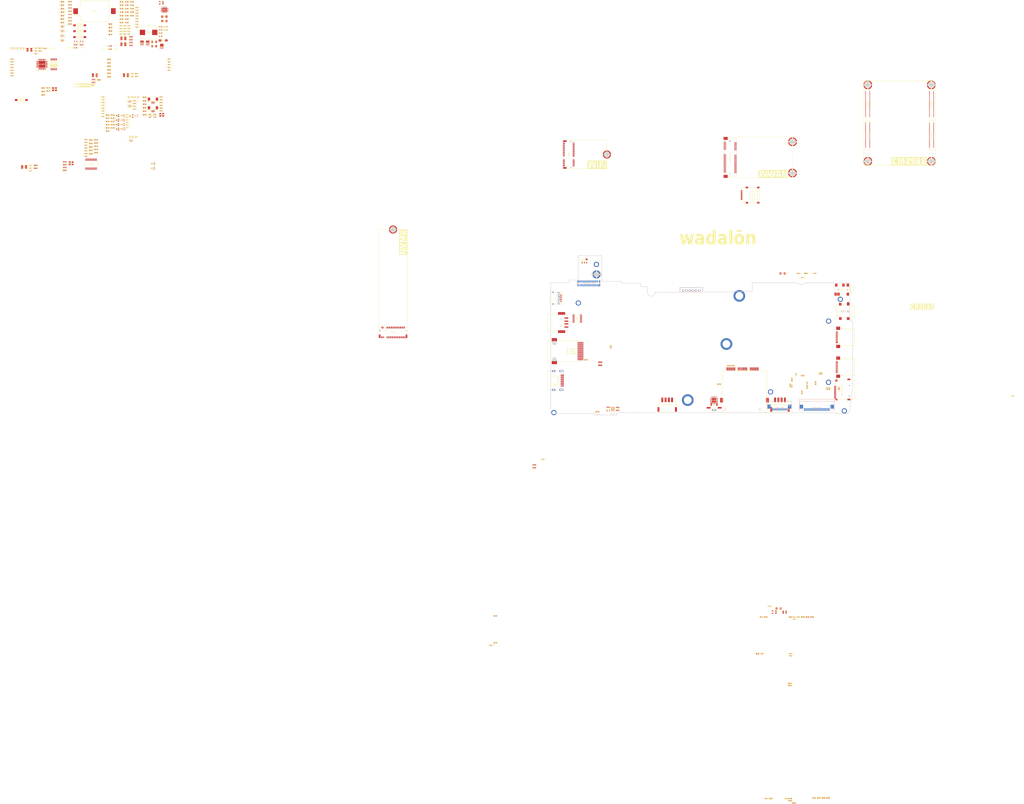
<source format=kicad_pcb>
(kicad_pcb
	(version 20241229)
	(generator "pcbnew")
	(generator_version "9.0")
	(general
		(thickness 1.6)
		(legacy_teardrops no)
	)
	(paper "A4")
	(layers
		(0 "F.Cu" signal "Top Layer")
		(4 "In1.Cu" signal "Inner1")
		(6 "In2.Cu" signal "Inner2")
		(2 "B.Cu" signal "Bottom Layer")
		(9 "F.Adhes" user "F.Adhesive")
		(11 "B.Adhes" user "B.Adhesive")
		(13 "F.Paste" user "Top Paste Mask Layer")
		(15 "B.Paste" user "Bottom Paste Mask Layer")
		(5 "F.SilkS" user "Top Silkscreen Layer")
		(7 "B.SilkS" user "Bottom Silkscreen Layer")
		(1 "F.Mask" user "Top Solder Mask Layer")
		(3 "B.Mask" user "Bottom Solder Mask Layer")
		(17 "Dwgs.User" user "Document Layer")
		(19 "Cmts.User" user "User.Comments")
		(21 "Eco1.User" user "User.Eco1")
		(23 "Eco2.User" user "Mechanical Layer")
		(25 "Edge.Cuts" user "Edge Cuts")
		(27 "Margin" user)
		(31 "F.CrtYd" user "F.Courtyard")
		(29 "B.CrtYd" user "B.Courtyard")
		(35 "F.Fab" user "Top Assembly Layer")
		(33 "B.Fab" user "Bottom Assembly Layer")
		(39 "User.1" user "Ratline Layer")
		(41 "User.2" user "Component Shape Layer")
		(43 "User.3" user "Component Marking Layer")
		(45 "User.4" user "3D Shell Outline Layer")
		(47 "User.5" user "3D Shell Top Layer")
		(49 "User.6" user "3D Shell Bottom Layer")
		(51 "User.7" user "Drill Drawing Layer")
	)
	(setup
		(pad_to_mask_clearance 0)
		(allow_soldermask_bridges_in_footprints no)
		(tenting front back)
		(aux_axis_origin 20 60)
		(pcbplotparams
			(layerselection 0x00000000_00000000_55555555_5755f5ff)
			(plot_on_all_layers_selection 0x00000000_00000000_00000000_00000000)
			(disableapertmacros no)
			(usegerberextensions no)
			(usegerberattributes yes)
			(usegerberadvancedattributes yes)
			(creategerberjobfile yes)
			(dashed_line_dash_ratio 12.000000)
			(dashed_line_gap_ratio 3.000000)
			(svgprecision 4)
			(plotframeref no)
			(mode 1)
			(useauxorigin no)
			(hpglpennumber 1)
			(hpglpenspeed 20)
			(hpglpendiameter 15.000000)
			(pdf_front_fp_property_popups yes)
			(pdf_back_fp_property_popups yes)
			(pdf_metadata yes)
			(pdf_single_document no)
			(dxfpolygonmode yes)
			(dxfimperialunits yes)
			(dxfusepcbnewfont yes)
			(psnegative no)
			(psa4output no)
			(plot_black_and_white yes)
			(plotinvisibletext no)
			(sketchpadsonfab no)
			(plotpadnumbers no)
			(hidednponfab no)
			(sketchdnponfab yes)
			(crossoutdnponfab yes)
			(subtractmaskfromsilk no)
			(outputformat 1)
			(mirror no)
			(drillshape 1)
			(scaleselection 1)
			(outputdirectory "")
		)
	)
	(net 0 "")
	(net 1 "GND")
	(net 2 "+3.3V")
	(net 3 "+5V_CURR2")
	(net 4 "I2C1_SCL")
	(net 5 "I2C1_SDA")
	(net 6 "PWR_BTN_H")
	(net 7 "+3.3V_KEY")
	(net 8 "GND_KEY")
	(net 9 "USB_KEYBOARD_DM")
	(net 10 "USB_KEYBOARD_DP")
	(net 11 "USB_LTE_DM")
	(net 12 "USB_LTE_DP")
	(net 13 "COL1")
	(net 14 "COL2")
	(net 15 "COL3")
	(net 16 "COL4")
	(net 17 "COL5")
	(net 18 "COL6")
	(net 19 "COL7")
	(net 20 "COL8")
	(net 21 "COL9")
	(net 22 "COL10")
	(net 23 "COL11")
	(net 24 "COL12")
	(net 25 "ROW8")
	(net 26 "ROW7")
	(net 27 "ROW6")
	(net 28 "ROW5")
	(net 29 "ROW4")
	(net 30 "ROW3")
	(net 31 "ROW2")
	(net 32 "ROW1")
	(net 33 "PWRON_L")
	(net 34 "+12V")
	(net 35 "UART2_RX_M0_DEBUG")
	(net 36 "LED3_25GLAN_25GLED")
	(net 37 "LED2_25GLAN_1GLED")
	(net 38 "P25G_MDI0_P")
	(net 39 "P25G_MDI0_N")
	(net 40 "P25G_MDI1_P")
	(net 41 "P25G_MDI1_N")
	(net 42 "P25G_MDI2_P")
	(net 43 "P25G_MDI2_N")
	(net 44 "P25G_MDI3_P")
	(net 45 "P25G_MDI3_N")
	(net 46 "MIPI_CSI1_RX_D0_N")
	(net 47 "MIPI_CSI1_RX_D0_P")
	(net 48 "MIPI_CSI1_RX_D1_N")
	(net 49 "MIPI_CSI1_RX_D1_P")
	(net 50 "MIPI_CSI1_RX_CLK0_N")
	(net 51 "MIPI_CSI1_RX_CLK0_P")
	(net 52 "MIPI_CSI1_RX_D2_N")
	(net 53 "MIPI_CSI1_RX_D2_P")
	(net 54 "MIPI_CSI1_RX_D3_N")
	(net 55 "MIPI_CSI1_RX_D3_P")
	(net 56 "PMIC_EXT_EN_OUT")
	(net 57 "BOOT_SARADAC_IN0")
	(net 58 "UART2_TX_M0_DEBUG")
	(net 59 "VDC_MODE")
	(net 60 "RESET_L")
	(net 61 "TYPEC1_SSRX1_N")
	(net 62 "TYPEC1_SSRX1_P")
	(net 63 "TYPEC1_SSTX1_N")
	(net 64 "TYPEC1_SSTX1_P")
	(net 65 "TYPEC0_SSRX1_N")
	(net 66 "TYPEC0_SSRX1_P")
	(net 67 "TYPEC0_SSTX1_N")
	(net 68 "TYPEC0_SSTX1_P")
	(net 69 "TYPEC0_SSRX2_N")
	(net 70 "TYPEC0_SSRX2_P")
	(net 71 "TYPEC0_SSTX2_N")
	(net 72 "TYPEC0_SSTX2_P")
	(net 73 "MIPI_DPHY0_TX_D0_N")
	(net 74 "MIPI_DPHY0_TX_D0_P")
	(net 75 "MIPI_DPHY0_TX_D1_N")
	(net 76 "MIPI_DPHY0_TX_D1_P")
	(net 77 "MIPI_DPHY0_TX_CLK_N")
	(net 78 "MIPI_DPHY0_TX_CLK_P")
	(net 79 "MIPI_DPHY0_TX_D2_N")
	(net 80 "MIPI_DPHY0_TX_D2_P")
	(net 81 "MIPI_DPHY0_TX_D3_N")
	(net 82 "MIPI_DPHY0_TX_D3_P")
	(net 83 "I2C7_SCL_M0")
	(net 84 "I2C7_SDA_M0")
	(net 85 "HPR")
	(net 86 "RECOVERY")
	(net 87 "MIC_IN")
	(net 88 "HPL")
	(net 89 "GND_AUDIO")
	(net 90 "PWR_BTN_L")
	(net 91 "PCIE30_PORT0_TX0_P")
	(net 92 "PCIE30_PORT0_TX0_N")
	(net 93 "PCIE30_PORT0_TX1_P")
	(net 94 "PCIE30_PORT0_TX1_N")
	(net 95 "PCIE30_PORT1_RX2_P")
	(net 96 "PCIE30_PORT1_RX2_N")
	(net 97 "PCIE30_PORT1_RX3_P")
	(net 98 "PCIE30_PORT1_RX3_N")
	(net 99 "PCIE30_PORT1_TX2_P")
	(net 100 "PCIE30_PORT1_TX2_N")
	(net 101 "PCIE30_PORT1_TX3_P")
	(net 102 "PCIE30_PORT1_TX3_N")
	(net 103 "PCIE30_PORT1_REFCLK_IN_P")
	(net 104 "PCIE30_PORT1_REFCLK_IN_N")
	(net 105 "I2C6_SCL_M0")
	(net 106 "I2C6_SDA_M0")
	(net 107 "VBAT_RTC")
	(net 108 "HDMITX1_HPDIN_M0")
	(net 109 "HDMITX0_HPDIN_M0")
	(net 110 "USB30_2_SSTX_N")
	(net 111 "USB30_2_SSTX_P")
	(net 112 "USB30_2_SSRX_N")
	(net 113 "USB30_2_SSRX_P")
	(net 114 "PCIE30_PORT0_REFCLK_IN_N")
	(net 115 "PCIE30_PORT0_REFCLK_IN_P")
	(net 116 "PCIE30_PORT0_RX1_N")
	(net 117 "PCIE30_PORT0_RX1_P")
	(net 118 "PCIE30_PORT0_RX0_N")
	(net 119 "PCIE30_PORT0_RX0_P")
	(net 120 "HDMI_RX_D2_P")
	(net 121 "HDMI_RX_D2_N")
	(net 122 "HDMI_RX_D1_P")
	(net 123 "HDMI_RX_D1_N")
	(net 124 "HDMI_RX_D0_P")
	(net 125 "HDMI_RX_D0_N")
	(net 126 "HDMI_RX_CLK_P")
	(net 127 "HDMI_RX_CLK_N")
	(net 128 "SDMMC0_D2")
	(net 129 "SDMMC0_D3")
	(net 130 "SDMMC0_CMD")
	(net 131 "VCC3V3_SD_S0")
	(net 132 "SD_CLK")
	(net 133 "SDMMC0_D0")
	(net 134 "SDMMC0_D1")
	(net 135 "HDMI_RX_SCL_M1")
	(net 136 "HDMI_RX_SDA_M1")
	(net 137 "HDMI_RX_CEC")
	(net 138 "HDMIIRX_HPDOUT_H")
	(net 139 "GPIO3_B2")
	(net 140 "GPIO3_B3")
	(net 141 "HDMI1_ON_H")
	(net 142 "HDMI1_CEC_M2")
	(net 143 "HDMI1_SDA_M1")
	(net 144 "HDMI1_SCL_M1")
	(net 145 "HDMI0_ON_H")
	(net 146 "HDMI0_CEC_M0")
	(net 147 "HDMI0_SDA_M0")
	(net 148 "HDMI0_SCL_M0")
	(net 149 "HDMI0_TX_SBD_N")
	(net 150 "HDMI0_TX_SBD_P")
	(net 151 "HDMI0_TX3_N")
	(net 152 "HDMI0_TX3_P")
	(net 153 "HDMI0_TX0_N")
	(net 154 "HDMI0_TX0_P")
	(net 155 "HDMI0_TX1_N")
	(net 156 "HDMI0_TX1_P")
	(net 157 "HDMI0_TX2_N")
	(net 158 "HDMI0_TX2_P")
	(net 159 "HDMI1_TX_SBD_N")
	(net 160 "HDMI1_TX_SBD_P")
	(net 161 "HDMI1_TX3_N")
	(net 162 "HDMI1_TX3_P")
	(net 163 "HDMI1_TX0_N")
	(net 164 "HDMI1_TX0_P")
	(net 165 "HDMI1_TX1_N")
	(net 166 "HDMI1_TX1_P")
	(net 167 "HDMI1_TX2_N")
	(net 168 "HDMI1_TX2_P")
	(net 169 "TYPEC0_SBU2_OUT")
	(net 170 "TYPEC0_SBU1_OUT")
	(net 171 "TYPEC0_OTG_DP")
	(net 172 "TYPEC0_OTG_DM")
	(net 173 "TYPEC1_OTG_DP")
	(net 174 "TYPEC1_OTG_DM")
	(net 175 "USB20_HOST0_DP")
	(net 176 "USB20_HOST0_DM")
	(net 177 "USB20_HOST1_DM")
	(net 178 "USB20_HOST1_DP")
	(net 179 "+3.3V_CFEXPRESS")
	(net 180 "PCIE30_REFCLK_A_N")
	(net 181 "PCIE30_REFCLK_A_P")
	(net 182 "Net-(U901-SW)")
	(net 183 "Net-(U901-VBST)")
	(net 184 "+1.5V_WWAN")
	(net 185 "+3.3V_WWAN")
	(net 186 "+3.3V_WIFI")
	(net 187 "Net-(U901-VFB)")
	(net 188 "Net-(U1401-FB)")
	(net 189 "Net-(U1402-SW)")
	(net 190 "Net-(U1402-VBST)")
	(net 191 "+1.8V")
	(net 192 "PCIE20_1_REFCLKN")
	(net 193 "PCIE20_1_REFCLKP")
	(net 194 "+3.3V_NVME")
	(net 195 "Net-(U1402-VFB)")
	(net 196 "Net-(U1601-MICBIAS)")
	(net 197 "Net-(U1601-VMID)")
	(net 198 "Net-(U1601-RINPUT1)")
	(net 199 "Net-(C1605-Pad1)")
	(net 200 "Net-(MIC1601-OUT)")
	(net 201 "unconnected-(D2001-I{slash}O_3-Pad4)")
	(net 202 "unconnected-(D2001-GND-Pad8)")
	(net 203 "unconnected-(D2001-I{slash}O_4-Pad5)")
	(net 204 "Net-(C1301-Pad1)")
	(net 205 "Net-(U1401-LX)")
	(net 206 "Net-(C1610-Pad1)")
	(net 207 "Net-(MIC1602-OUT)")
	(net 208 "Net-(U901-EN)")
	(net 209 "Net-(U1001-EN)")
	(net 210 "GPIO1_B0{slash}CFEXPRESS_INSERT")
	(net 211 "GPIO4_B5{slash}M2_A_CLKREQ_L")
	(net 212 "Net-(SW1101-1)")
	(net 213 "GPIO0_D5{slash}CFEXPRESS_EJECT")
	(net 214 "Net-(LED_CFEXPRESS1101-K)")
	(net 215 "Net-(U1301-PGAND)")
	(net 216 "Net-(U1402-EN)")
	(net 217 "GPIO2_C3{slash}PCM_IN{slash}I2S_SD_IN")
	(net 218 "Net-(U1601-ADCDAT)")
	(net 219 "Net-(U1601-DACDAT)")
	(net 220 "GPIO4_C3{slash}PCM_OUT{slash}I2S_SD_OUT")
	(net 221 "Net-(U1601-BCLK)")
	(net 222 "/I2S Audiocodec WM8960/I2S_ADC")
	(net 223 "GPIO2_C0{slash}PCM_SYNC{slash}I2S_WS")
	(net 224 "Net-(U1601-ADCLRC)")
	(net 225 "Net-(X1601-OUTPUT)")
	(net 226 "Net-(U1601-MCLK)")
	(net 227 "Net-(D1701-I{slash}O_1)")
	(net 228 "Net-(D1701-I{slash}O_2)")
	(net 229 "GPIO3_D0{slash}I2C5_SDA_M0_TP")
	(net 230 "GPIO3_C7{slash}I2C5_SCL_M0_TP")
	(net 231 "Net-(RJ2001-LED2+{slash}LED2-)")
	(net 232 "Net-(R2001-Pad1)")
	(net 233 "Net-(RJ2001-LED1+)")
	(net 234 "unconnected-(U801-S1-Pad3)")
	(net 235 "unconnected-(U801-S2-Pad4)")
	(net 236 "unconnected-(U801-X2-Pad6)")
	(net 237 "unconnected-(U801-VDDXD-Pad1)")
	(net 238 "unconnected-(U801-X1-Pad5)")
	(net 239 "unconnected-(U801-S0-Pad2)")
	(net 240 "Net-(U1001-SW)")
	(net 241 "Net-(U1101-VFB)")
	(net 242 "Net-(U1101-SW)")
	(net 243 "Net-(U1101-EN)")
	(net 244 "GPIO3_B7{slash}CFEXPRESS_LED")
	(net 245 "Net-(LED_CFEXPRESS1101-A)")
	(net 246 "unconnected-(U1601-LINPUT3{slash}JD2-Pad2)")
	(net 247 "unconnected-(U1601-LINPUT2-Pad3)")
	(net 248 "Net-(U1601-LINPUT1)")
	(net 249 "unconnected-(AUDIO701-Pad5)")
	(net 250 "unconnected-(AUDIO701-Pad2)")
	(net 251 "unconnected-(AUDIO701-Pad6)")
	(net 252 "unconnected-(AUDIO701-Pad1)")
	(net 253 "unconnected-(AUDIO701-Pad3)")
	(net 254 "unconnected-(AUDIO701-Pad4)")
	(net 255 "Net-(U601-NTC)")
	(net 256 "Net-(U601-BATSENS+)")
	(net 257 "unconnected-(BT701-Pad2)")
	(net 258 "unconnected-(BT701-Pad3)")
	(net 259 "Net-(D601-C)")
	(net 260 "Net-(Q602-G)")
	(net 261 "Net-(Q602-D)")
	(net 262 "Net-(C607-Pad2)")
	(net 263 "Net-(U601-BOOST)")
	(net 264 "Net-(U601-CELLS1)")
	(net 265 "Net-(U601-CELLS0)")
	(net 266 "Net-(U602-SW)")
	(net 267 "Net-(U602-VBST)")
	(net 268 "Net-(U602-VFB)")
	(net 269 "Net-(U604-SW)")
	(net 270 "Net-(U604-VBST)")
	(net 271 "<NO NET>")
	(net 272 "Net-(U604-VFB)")
	(net 273 "Net-(U1001-VBST)")
	(net 274 "Net-(U1001-VFB)")
	(net 275 "Net-(U1101-VBST)")
	(net 276 "Net-(U1301-X2)")
	(net 277 "Net-(U1301-X1)")
	(net 278 "Net-(U1301-RESET#)")
	(net 279 "Net-(U1501-XTAL1)")
	(net 280 "Net-(U1501-UCap)")
	(net 281 "Net-(U1501-XTAL2)")
	(net 282 "/HDMI Connector/HDMI_5V")
	(net 283 "Net-(CFexpress1101-PETn0)")
	(net 284 "unconnected-(CFexpress1101-RESERVED-Pad8)")
	(net 285 "Net-(CFexpress1101-REFCLK+)")
	(net 286 "Net-(CFexpress1101-PERn0)")
	(net 287 "Net-(CFexpress1101-REFCLK-)")
	(net 288 "GPIO4_B6{slash}M2_A_PERST_L")
	(net 289 "Net-(CFexpress1101-PERp1)")
	(net 290 "Net-(CFexpress1101-PETp0)")
	(net 291 "Net-(CFexpress1101-PERn1)")
	(net 292 "Net-(CFexpress1101-PETp1)")
	(net 293 "Net-(CFexpress1101-PETn1)")
	(net 294 "Net-(CFexpress1101-PERp0)")
	(net 295 "unconnected-(CFexpress1101-RESERVED-Pad7)")
	(net 296 "GPIO2_B5{slash}FSPI_RESET")
	(net 297 "unconnected-(CN201-Pad99)")
	(net 298 "GPIO2_B3{slash}FSPI_CLK_M1")
	(net 299 "GPIO2_C1{slash}MIPI_CAM2_RESET_L")
	(net 300 "GPIO2_A7{slash}FSPI_D1_M1")
	(net 301 "MIPI_CSI1_RX_CLK1_N")
	(net 302 "unconnected-(CN201-Pad97)")
	(net 303 "unconnected-(CN201-Pad50)")
	(net 304 "GPIO1_B7{slash}MIPI_CAM2_CLKOUT")
	(net 305 "unconnected-(CN201-Pad42)")
	(net 306 "unconnected-(CN201-Pad62)")
	(net 307 "unconnected-(CN201-Pad66)")
	(net 308 "unconnected-(CN201-Pad71)")
	(net 309 "unconnected-(CN201-Pad31)")
	(net 310 "unconnected-(CN201-Pad36)")
	(net 311 "unconnected-(CN201-Pad44)")
	(net 312 "unconnected-(CN201-Pad68)")
	(net 313 "GPIO2_B4{slash}FSPI_WAKE")
	(net 314 "unconnected-(CN201-Pad48)")
	(net 315 "MIPI_CSI1_RX_CLK1_P")
	(net 316 "unconnected-(CN201-Pad60)")
	(net 317 "GPIO2_B0{slash}FSPI_D2_M1")
	(net 318 "GPIO4_C5{slash}MIPI_CAM1_PDN_L{slash}BT_WAKE_L")
	(net 319 "GPIO2_B2{slash}FSPI_CMD")
	(net 320 "GPIO2_B1{slash}FSPI_D3_M1")
	(net 321 "GPIO2_C2{slash}MIPI_CAM2_PDN_L")
	(net 322 "GPIO4_C4{slash}MIPI_CAM1_RESET_L{slash}WIFI_DISABLE")
	(net 323 "unconnected-(CN201-Pad14)")
	(net 324 "unconnected-(CN201-Pad54)")
	(net 325 "unconnected-(CN201-Pad26)")
	(net 326 "GPIO2_A6{slash}FSPI_D0_M1")
	(net 327 "unconnected-(CN201-Pad29)")
	(net 328 "unconnected-(CN201-Pad56)")
	(net 329 "unconnected-(CN201-Pad38)")
	(net 330 "unconnected-(CN301-Pad85)")
	(net 331 "unconnected-(CN301-Pad56)")
	(net 332 "unconnected-(CN301-Pad26)")
	(net 333 "unconnected-(CN301-Pad24)")
	(net 334 "unconnected-(CN301-Pad77)")
	(net 335 "unconnected-(CN301-Pad80)")
	(net 336 "unconnected-(CN301-Pad83)")
	(net 337 "unconnected-(CN301-Pad17)")
	(net 338 "unconnected-(CN301-Pad78)")
	(net 339 "unconnected-(CN301-Pad72)")
	(net 340 "unconnected-(CN301-Pad86)")
	(net 341 "unconnected-(CN301-Pad32)")
	(net 342 "unconnected-(CN301-Pad12)")
	(net 343 "unconnected-(CN301-Pad48)")
	(net 344 "GPIO1_C4{slash}HP_DET_L")
	(net 345 "unconnected-(CN301-Pad66)")
	(net 346 "unconnected-(CN301-Pad20)")
	(net 347 "unconnected-(CN301-Pad68)")
	(net 348 "unconnected-(CN301-Pad19)")
	(net 349 "unconnected-(CN301-Pad54)")
	(net 350 "unconnected-(CN301-Pad30)")
	(net 351 "unconnected-(CN301-Pad74)")
	(net 352 "unconnected-(CN301-Pad36)")
	(net 353 "unconnected-(CN301-Pad60)")
	(net 354 "unconnected-(CN301-Pad42)")
	(net 355 "unconnected-(CN301-Pad38)")
	(net 356 "unconnected-(CN301-Pad14)")
	(net 357 "unconnected-(CN301-Pad50)")
	(net 358 "unconnected-(CN301-Pad44)")
	(net 359 "unconnected-(CN301-Pad13)")
	(net 360 "unconnected-(CN301-Pad62)")
	(net 361 "unconnected-(CN301-Pad79)")
	(net 362 "unconnected-(CN301-Pad11)")
	(net 363 "unconnected-(CN301-Pad18)")
	(net 364 "unconnected-(CN301-Pad84)")
	(net 365 "unconnected-(CN401-Pad27)")
	(net 366 "GPIO0_C4{slash}UART0_RX_M0")
	(net 367 "GPIO1_A1{slash}UART6_TX_M1")
	(net 368 "unconnected-(CN401-Pad51)")
	(net 369 "GPIO1_B3{slash}SPI0_CLK_M2{slash}UART4_TX_M2")
	(net 370 "GPIO1_A7{slash}CFEXPRESS_PWREN")
	(net 371 "GPIO0_C6{slash}PWM5_M1")
	(net 372 "GPIO1_A4{slash}USB2_PWREN")
	(net 373 "unconnected-(CN401-Pad43)")
	(net 374 "PCIE20_1_TXN{slash}SATA30_1_TXN")
	(net 375 "GPIO4_A2{slash}M2_E_PERST_L")
	(net 376 "GPIO1_A3{slash}I2C4_SCL_M3_TP{slash}UART6_CTS")
	(net 377 "GPIO1_D7{slash}I2C8_SDA_M2")
	(net 378 "GPIO1_B1{slash}SPI0_MISO_M2")
	(net 379 "GPIO1_D3{slash}PWM1_M1")
	(net 380 "GPIO3_C3{slash}PWM15_IR_M0")
	(net 381 "GPIO4_B0{slash}USB3_TYPEC1_PWREN")
	(net 382 "GPIO0_C5{slash}UART0_TX_M0{slash}PWM4_M0{slash}UART6_WAKE#")
	(net 383 "unconnected-(CN401-Pad45)")
	(net 384 "PCIE20_1_TXP{slash}SATA30_1_TXP")
	(net 385 "GPIO1_B2{slash}SPI0_MOSI_M2{slash}UART4_RX_M2")
	(net 386 "GPIO3_C1{slash}TP_RST_L")
	(net 387 "GPIO1_D6{slash}I2C8_SCL_M2")
	(net 388 "GPIO1_A2{slash}I2C4_SDA_M3_TP{slash}UART6_RTS")
	(net 389 "GPIO1_B5{slash}SPI0_CS1_M0{slash}UART7_TX_M2")
	(net 390 "unconnected-(CN401-Pad53)")
	(net 391 "unconnected-(CN401-Pad29)")
	(net 392 "GPIO1_B4{slash}SPI0_CS0_M2{slash}UART7_RX_M2")
	(net 393 "GPIO1_D5{slash}HDMIIRX_DET_L")
	(net 394 "GPIO4_B3{slash}M2_C_PERST_L")
	(net 395 "unconnected-(CN401-Pad57)")
	(net 396 "GPIO0_D4{slash}PWM3_IR_M0")
	(net 397 "GPIO1_D2{slash}TYPEC5V_PWREN_H")
	(net 398 "PCIE20_1_RXP{slash}SATA30_1_RXP")
	(net 399 "GPIO3_C0{slash}TP_INT_L")
	(net 400 "GPIO1_A0{slash}UART6_RX_M1")
	(net 401 "unconnected-(CN401-Pad47)")
	(net 402 "GPIO3_C2{slash}PWM14_M0")
	(net 403 "PCIE20_1_RXN{slash}SATA30_1_RXN")
	(net 404 "GPIO4_B4{slash}M2_B_PERST_L")
	(net 405 "GPIO0_D3{slash}CC_INT_L")
	(net 406 "GPIO3_A5{slash}USB3_2_PWREN")
	(net 407 "unconnected-(CN501-Pad12)")
	(net 408 "GPIO3_A4{slash}SPI4_CS1_M1")
	(net 409 "GPIO0_A4{slash}SDMMC_DET_L")
	(net 410 "GPIO3_B0{slash}PWM9_M0")
	(net 411 "GPIO3_A0{slash}SPI4_MISO_M1{slash}PWM10_M0")
	(net 412 "GPIO3_B4{slash}BT_REG_ON")
	(net 413 "GPIO3_A6{slash}LCD_RST")
	(net 414 "GPIO3_A2{slash}SPI4_CLK_M1{slash}UART8_TX_M1")
	(net 415 "unconnected-(CN501-Pad10)")
	(net 416 "GPIO3_B5{slash}UART3_TX_M1{slash}PWM12_M0")
	(net 417 "unconnected-(CN501-Pad85)")
	(net 418 "GPIO3_A3{slash}SPI4_CS0_M1{slash}UART8_RX_M1")
	(net 419 "GPIO3_A7{slash}PWM8_M0")
	(net 420 "GPIO3_B6{slash}UART3_RX_M1{slash}PWM13_M0")
	(net 421 "GPIO3_B1{slash}PWM2_M1{slash}LCD_BL")
	(net 422 "GPIO3_A1{slash}SPI4_MOSI_M1")
	(net 423 "unconnected-(D601-A-Pad2)")
	(net 424 "Net-(D602-K)")
	(net 425 "Net-(D602-A)")
	(net 426 "Net-(D603-K)")
	(net 427 "Net-(D603-A)")
	(net 428 "unconnected-(D1103-NC-Pad9)")
	(net 429 "unconnected-(D1103-I{slash}O_1-Pad1)")
	(net 430 "unconnected-(D1103-I{slash}O_2-Pad2)")
	(net 431 "unconnected-(D1103-NC-Pad10)")
	(net 432 "Net-(D1701-I{slash}O_3)")
	(net 433 "Net-(D1702-I{slash}O_1)")
	(net 434 "Net-(D1702-I{slash}O_3)")
	(net 435 "Net-(D1702-I{slash}O_2)")
	(net 436 "Net-(D1702-I{slash}O_4)")
	(net 437 "Net-(D1901-K)")
	(net 438 "/HDMI Connector/HDMI_CEC")
	(net 439 "unconnected-(D1905-A-Pad1)")
	(net 440 "/HDMI Connector/HDMI_SCL")
	(net 441 "/HDMI Connector/HDMI_SDA")
	(net 442 "Net-(D1909-A)")
	(net 443 "Net-(D1910-K)")
	(net 444 "unconnected-(D2002-I{slash}O_4-Pad5)")
	(net 445 "unconnected-(D2002-I{slash}O_3-Pad4)")
	(net 446 "unconnected-(D2002-GND-Pad8)")
	(net 447 "Net-(DC601-Pad2)")
	(net 448 "unconnected-(FPC1501-Pad21)")
	(net 449 "unconnected-(FPC1501-Pad20)")
	(net 450 "unconnected-(FPC1501-Pad10)")
	(net 451 "unconnected-(FPC1501-Pad19)")
	(net 452 "unconnected-(FPC1501-Pad12)")
	(net 453 "unconnected-(FPC1501-Pad7)")
	(net 454 "unconnected-(FPC1501-Pad22)")
	(net 455 "unconnected-(FPC1501-Pad8)")
	(net 456 "unconnected-(FPC1502-Pad3)")
	(net 457 "unconnected-(FPC1502-Pad12)")
	(net 458 "unconnected-(FPC1502-Pad13)")
	(net 459 "unconnected-(FPC1502-Pad10)")
	(net 460 "unconnected-(FPC1502-Pad14)")
	(net 461 "/HDMI Connector/HDMI_TX2_N")
	(net 462 "/HDMI Connector/HDMI_CLK_N")
	(net 463 "/HDMI Connector/HDMI_CLK_P")
	(net 464 "/HDMI Connector/HDMI_TX1_N")
	(net 465 "/HDMI Connector/HDMI_TX2_P")
	(net 466 "/HDMI Connector/HDMI_TX1_P")
	(net 467 "/HDMI Connector/HDMI_TX0_P")
	(net 468 "/HDMI Connector/HDMI_TX0_N")
	(net 469 "/2.5GB Ethernet Connector/TD4_N")
	(net 470 "/2.5GB Ethernet Connector/TD4_P")
	(net 471 "/2.5GB Ethernet Connector/TD3_N")
	(net 472 "/2.5GB Ethernet Connector/TD3_P")
	(net 473 "/2.5GB Ethernet Connector/TD2_P")
	(net 474 "/2.5GB Ethernet Connector/TD2_N")
	(net 475 "/2.5GB Ethernet Connector/TD1_P")
	(net 476 "/2.5GB Ethernet Connector/TD1_N")
	(net 477 "Net-(LED_ACT701-K)")
	(net 478 "Net-(LED_CHRG_ACT701-A)")
	(net 479 "Net-(LED_CHRG_ACT701-K)")
	(net 480 "Net-(LED_CHRG_FIN701-K)")
	(net 481 "Net-(LED_CHRG_FIN701-A)")
	(net 482 "unconnected-(MIPI_DSI1801-Pad13)")
	(net 483 "unconnected-(MOUNT201-Pad1)")
	(net 484 "unconnected-(MOUNT202-Pad1)")
	(net 485 "unconnected-(MOUNT203-Pad1)")
	(net 486 "unconnected-(MOUNT204-Pad1)")
	(net 487 "unconnected-(MOUNT901-Pad1)")
	(net 488 "unconnected-(MOUNT1001-Pad1)")
	(net 489 "Net-(Q601-G)")
	(net 490 "Net-(Q603-G)")
	(net 491 "Net-(Q1902-G)")
	(net 492 "Net-(Q1903-D)")
	(net 493 "Net-(Q1904-D)")
	(net 494 "Net-(Q1905-D)")
	(net 495 "Net-(Q1906-G)")
	(net 496 "Net-(Q1907-G)")
	(net 497 "Net-(Q1908-D)")
	(net 498 "Net-(R605-Pad1)")
	(net 499 "Net-(U601-NTCBIAS)")
	(net 500 "Net-(U601-RT)")
	(net 501 "Net-(U602-EN)")
	(net 502 "Net-(U603-EN)")
	(net 503 "Net-(U604-EN)")
	(net 504 "unconnected-(R703-Pad2)")
	(net 505 "Net-(R706-Pad2)")
	(net 506 "Net-(R707-Pad2)")
	(net 507 "Net-(R708-Pad2)")
	(net 508 "unconnected-(R904-Pad1)")
	(net 509 "Net-(U1301-PSELF)")
	(net 510 "Net-(U1301-RREF)")
	(net 511 "Net-(U1302-ILIM)")
	(net 512 "/USB 2 Hub & Connectors/FAULT2#")
	(net 513 "Net-(U1501-PE2(HWB#))")
	(net 514 "Net-(U1501-RESET#)")
	(net 515 "unconnected-(RJ2001-VCC-PadR1)")
	(net 516 "unconnected-(SDCARD1701-EP-Pad11)")
	(net 517 "unconnected-(SDCARD1701-EP-Pad10)")
	(net 518 "unconnected-(SDCARD1701-EP-Pad12)")
	(net 519 "unconnected-(SDCARD1701-EP-Pad13)")
	(net 520 "unconnected-(SDCARD1701-CD-Pad9)")
	(net 521 "unconnected-(SDCARD1701-DAT0-Pad7)")
	(net 522 "unconnected-(SDCARD1701-DAT1-Pad8)")
	(net 523 "Net-(SIM1401-VCC)")
	(net 524 "Net-(SIM1401-CLK)")
	(net 525 "Net-(SIM1401-Vpp)")
	(net 526 "Net-(SIM1401-I{slash}O)")
	(net 527 "Net-(SIM1401-RST)")
	(net 528 "Net-(U1601-SPK_LP)")
	(net 529 "Net-(U1601-SPK_LN)")
	(net 530 "Net-(U1601-SPK_RP)")
	(net 531 "Net-(U1601-SPK_RN)")
	(net 532 "/Keyboard/USB_KEYBOARD_INT_DP")
	(net 533 "/Keyboard/USB_KEYBOARD_INT_DM")
	(net 534 "unconnected-(U601-SMBALERT#-Pad12)")
	(net 535 "unconnected-(U601-SYNC-Pad16)")
	(net 536 "unconnected-(U603-BP-Pad4)")
	(net 537 "unconnected-(U701-A-Pad2)")
	(net 538 "unconnected-(U702-A-Pad2)")
	(net 539 "unconnected-(U703-GND-Pad3)")
	(net 540 "unconnected-(U703-EH-Pad4)")
	(net 541 "unconnected-(U703-OUT-Pad1)")
	(net 542 "unconnected-(U703-VCC-Pad2)")
	(net 543 "unconnected-(U801-CLK0-Pad20)")
	(net 544 "unconnected-(U801-CLK2-Pad14)")
	(net 545 "unconnected-(U801-OE-Pad8)")
	(net 546 "unconnected-(U801-#CLK1-Pad17)")
	(net 547 "unconnected-(U801-CLK3-Pad12)")
	(net 548 "unconnected-(U801-#CLK0-Pad19)")
	(net 549 "unconnected-(U801-GNDODA-Pad16)")
	(net 550 "unconnected-(U801-IREF-Pad10)")
	(net 551 "unconnected-(U801-#CLK2-Pad13)")
	(net 552 "unconnected-(U801-#CLK3-Pad11)")
	(net 553 "unconnected-(U801-CLK1-Pad18)")
	(net 554 "unconnected-(U801-#PD-Pad7)")
	(net 555 "unconnected-(U801-GNDXD-Pad9)")
	(net 556 "unconnected-(U801-VDDODA-Pad15)")
	(net 557 "unconnected-(U1301-PWREN1#-Pad22)")
	(net 558 "unconnected-(U1301-OVCUR1#-Pad21)")
	(net 559 "Net-(U1301-DP3)")
	(net 560 "unconnected-(U1301-DP4-Pad12)")
	(net 561 "Net-(U1301-DM3)")
	(net 562 "unconnected-(U1301-DM4-Pad11)")
	(net 563 "unconnected-(U1301-PWREN2#-Pad20)")
	(net 564 "unconnected-(U1303-IO4-Pad6)")
	(net 565 "unconnected-(U1303-IO1-Pad1)")
	(net 566 "unconnected-(U1501-PB4(PCINT4{slash}ADC11)-Pad28)")
	(net 567 "unconnected-(U1501-PF1(ADC1)-Pad40)")
	(net 568 "unconnected-(U1501-PE6(INT.6{slash}AIN0)-Pad1)")
	(net 569 "unconnected-(U1501-PD7(T0{slash}OC4D{slash}ADC10)-Pad27)")
	(net 570 "unconnected-(U1501-PF0(ADC0)-Pad41)")
	(net 571 "unconnected-(U1601-HP_R-Pad29)")
	(net 572 "unconnected-(U1601-RINPUT2-Pad6)")
	(net 573 "unconnected-(U1601-RINPUT3{slash}JD3-Pad7)")
	(net 574 "unconnected-(U1601-HP_L-Pad31)")
	(net 575 "unconnected-(U1601-OUT3-Pad30)")
	(net 576 "unconnected-(UART701-Pad2)")
	(net 577 "unconnected-(UART701-Pad3)")
	(net 578 "unconnected-(UART701-Pad1)")
	(net 579 "unconnected-(UART701-Pad5)")
	(net 580 "unconnected-(UART701-Pad6)")
	(net 581 "unconnected-(UART701-Pad4)")
	(net 582 "unconnected-(USB1201-VBUS-PadA9)")
	(net 583 "unconnected-(USB1201-SSTXP1-PadA2)")
	(net 584 "unconnected-(USB1201-DP2-PadB6)")
	(net 585 "unconnected-(USB1201-SBU1-PadA8)")
	(net 586 "unconnected-(USB1201-EP-Pad4)")
	(net 587 "unconnected-(USB1201-EP-Pad3)")
	(net 588 "unconnected-(USB1201-EP-Pad1)")
	(net 589 "unconnected-(USB1201-GND-PadB1)")
	(net 590 "unconnected-(USB1201-DN2-PadB7)")
	(net 591 "unconnected-(USB1201-GND-PadA1)")
	(net 592 "unconnected-(USB1201-DN1-PadA7)")
	(net 593 "unconnected-(USB1201-DP1-PadA6)")
	(net 594 "unconnected-(USB1201-VBUS-PadB4)")
	(net 595 "unconnected-(USB1201-CC1-PadA5)")
	(net 596 "unconnected-(USB1201-SSTXp2-PadB2)")
	(net 597 "unconnected-(USB1201-SSRXn2-PadA10)")
	(net 598 "unconnected-(USB1201-CC2-PadB5)")
	(net 599 "unconnected-(USB1201-SSRXp1-PadB11)")
	(net 600 "unconnected-(USB1201-SSTXn1-PadA3)")
	(net 601 "unconnected-(USB1201-VBUS-PadB9)")
	(net 602 "unconnected-(USB1201-EP-Pad2)")
	(net 603 "unconnected-(USB1201-GND-PadA12)")
	(net 604 "unconnected-(USB1201-SSRXp2-PadA11)")
	(net 605 "unconnected-(USB1201-SSRXn1-PadB10)")
	(net 606 "unconnected-(USB1201-SBU2-PadB8)")
	(net 607 "unconnected-(USB1201-VBUS-PadA4)")
	(net 608 "unconnected-(USB1201-GND-PadB12)")
	(net 609 "unconnected-(USB1201-SSTXn2-PadB3)")
	(net 610 "unconnected-(USB1202-GND-Pad4)")
	(net 611 "unconnected-(USB1202-D+-Pad3)")
	(net 612 "unconnected-(USB1202-VBUS-Pad1)")
	(net 613 "unconnected-(USB1202-GND_DRAIN-Pad7)")
	(net 614 "unconnected-(USB1202-GND-Pad11)")
	(net 615 "unconnected-(USB1202-STDA_SSRX+-Pad6)")
	(net 616 "unconnected-(USB1202-GND-Pad10)")
	(net 617 "unconnected-(USB1202-STDA_SSRX--Pad5)")
	(net 618 "unconnected-(USB1202-STDA_SSTX--Pad8)")
	(net 619 "unconnected-(USB1202-D--Pad2)")
	(net 620 "unconnected-(USB1202-STDA_SSTX+-Pad9)")
	(net 621 "unconnected-(USB1203-VBUS-Pad1)")
	(net 622 "unconnected-(USB1203-GND-Pad11)")
	(net 623 "unconnected-(USB1203-GND-Pad10)")
	(net 624 "unconnected-(USB1203-GND_DRAIN-Pad7)")
	(net 625 "unconnected-(USB1203-GND-Pad4)")
	(net 626 "unconnected-(USB1203-STDA_SSTX+-Pad9)")
	(net 627 "unconnected-(USB1203-STDA_SSRX--Pad5)")
	(net 628 "unconnected-(USB1203-STDA_SSTX--Pad8)")
	(net 629 "unconnected-(USB1203-D--Pad2)")
	(net 630 "unconnected-(USB1203-D+-Pad3)")
	(net 631 "unconnected-(USB1203-STDA_SSRX+-Pad6)")
	(net 632 "unconnected-(USB_KEY1501-Pad5)")
	(net 633 "unconnected-(USB_KEY1501-Pad6)")
	(net 634 "unconnected-(WWAN1401-COEX2-Pad5)")
	(net 635 "unconnected-(WWAN1401-GND-Pad35)")
	(net 636 "unconnected-(WWAN1401-REFCLK--Pad11)")
	(net 637 "unconnected-(WWAN1401-RSVRD49-Pad49)")
	(net 638 "unconnected-(WWAN1401-GND-Pad43)")
	(net 639 "unconnected-(WWAN1401-REFCLK+-Pad13)")
	(net 640 "unconnected-(WWAN1401-WAKE-Pad1)")
	(net 641 "unconnected-(WWAN1401-GND-Pad9)")
	(net 642 "unconnected-(WWAN1401-GND-Pad27)")
	(net 643 "unconnected-(WWAN1401-LED_WPAN-Pad46)")
	(net 644 "unconnected-(WWAN1401-GND-Pad50)")
	(net 645 "unconnected-(WWAN1401-SMB_CLK-Pad30)")
	(net 646 "unconnected-(WWAN1401-PETP0-Pad33)")
	(net 647 "unconnected-(WWAN1401-RSVRD51-Pad51)")
	(net 648 "unconnected-(WWAN1401-+3V3AUX-Pad39)")
	(net 649 "unconnected-(WWAN1401-+1V5-Pad48)")
	(net 650 "unconnected-(WWAN1401-UIM_C8-Pad17)")
	(net 651 "unconnected-(WWAN1401-RSVRD47-Pad47)")
	(net 652 "unconnected-(WWAN1401-PERST-Pad22)")
	(net 653 "unconnected-(WWAN1401-GND-Pad37)")
	(net 654 "unconnected-(WWAN1401-RSVRD45-Pad45)")
	(net 655 "unconnected-(WWAN1401-CLKREQ-Pad7)")
	(net 656 "unconnected-(WWAN1401-+3V3AUX-Pad41)")
	(net 657 "unconnected-(WWAN1401-SMB_DATA-Pad32)")
	(net 658 "unconnected-(WWAN1401-LED_WLAN-Pad44)")
	(net 659 "unconnected-(WWAN1401-W_DISABLE-Pad20)")
	(net 660 "unconnected-(WWAN1401-PETN0-Pad31)")
	(net 661 "unconnected-(WWAN1401-PERN0-Pad23)")
	(net 662 "unconnected-(WWAN1401-+3V3-Pad52)")
	(net 663 "unconnected-(WWAN1401-GND-Pad29)")
	(net 664 "unconnected-(WWAN1401-GND-Pad15)")
	(net 665 "unconnected-(WWAN1401-UIM_C4-Pad19)")
	(net 666 "unconnected-(WWAN1401-COEX1-Pad3)")
	(net 667 "unconnected-(WWAN1401-PERP0-Pad25)")
	(net 668 "unconnected-(WWAN1401-LED_WWAN-Pad42)")
	(net 669 "unconnected-(X901-SUSCLK-Pad50)")
	(net 670 "unconnected-(X901-RESERVED-Pad64)")
	(net 671 "unconnected-(X901-I2C_SCL-Pad60)")
	(net 672 "unconnected-(X901-SDIO_CLK-Pad9)")
	(net 673 "unconnected-(X901-PETp1-Pad59)")
	(net 674 "unconnected-(X901-SDIO_RST#-Pad23)")
	(net 675 "unconnected-(X901-VENDOR_DEFINED-Pad40)")
	(net 676 "GPIO4_A1{slash}TP_2_RST_L{slash}PCIE20_PEWAKE")
	(net 677 "unconnected-(X901-PERp1-Pad65)")
	(net 678 "unconnected-(X901-SDIO_D2-Pad17)")
	(net 679 "unconnected-(X901-3.3V-Pad74)")
	(net 680 "unconnected-(X901-PETp0-Pad35)")
	(net 681 "unconnected-(X901-PETn1-Pad61)")
	(net 682 "unconnected-(X901-GND-Pad75)")
	(net 683 "unconnected-(X901-SDIO_CMD-Pad11)")
	(net 684 "unconnected-(X901-LED1#-Pad6)")
	(net 685 "unconnected-(X901-COEX_TXD-Pad48)")
	(net 686 "unconnected-(X901-SDIO_D1-Pad15)")
	(net 687 "unconnected-(X901-I2C_SDA-Pad58)")
	(net 688 "unconnected-(X901-PCM_OUT{slash}I2S_SD_OUT-Pad14)")
	(net 689 "unconnected-(X901-UIM_SWP{slash}PERST1#-Pad66)")
	(net 690 "unconnected-(X901-PCM_CLK{slash}I2S_SCK-Pad8)")
	(net 691 "unconnected-(X901-COEX3-Pad44)")
	(net 692 "unconnected-(X901-GND-Pad33)")
	(net 693 "unconnected-(X901-3.3V-Pad2)")
	(net 694 "unconnected-(X901-VENDOR_DEFINED-Pad38)")
	(net 695 "unconnected-(X901-GND-Pad39)")
	(net 696 "unconnected-(X901-REFCLKn1-Pad73)")
	(net 697 "unconnected-(X901-COEX_RXD-Pad46)")
	(net 698 "GPIO4_A0{slash}TP_2_INT_L{slash}PCIE20_CLKREQ")
	(net 699 "unconnected-(X901-PCM_SYNC{slash}I2S_WS-Pad10)")
	(net 700 "unconnected-(X901-ALERT#-Pad62)")
	(net 701 "unconnected-(X901-SDIO_D3-Pad19)")
	(net 702 "unconnected-(X901-PERn1-Pad67)")
	(net 703 "unconnected-(X901-PERSTO#-Pad52)")
	(net 704 "unconnected-(X901-3.3V-Pad4)")
	(net 705 "unconnected-(X901-Pad76)")
	(net 706 "unconnected-(X901-SDIO_WAKE#-Pad21)")
	(net 707 "unconnected-(X901-LED2#-Pad16)")
	(net 708 "unconnected-(X901-PETn0-Pad37)")
	(net 709 "unconnected-(X901-UIM_PWR_SNK{slash}CLKREQ1#-Pad68)")
	(net 710 "unconnected-(X901-VENDOR_DEFINED-Pad42)")
	(net 711 "unconnected-(X901-UIM_PWR_SRC{slash}PEWAKE1#-Pad70)")
	(net 712 "unconnected-(X901-REFCLKp1-Pad71)")
	(net 713 "unconnected-(X901-3.3V-Pad72)")
	(net 714 "unconnected-(X901-W_DISABLE2#-Pad54)")
	(net 715 "unconnected-(X901-GND-Pad7)")
	(net 716 "unconnected-(X901-SDIO_D0-Pad13)")
	(net 717 "unconnected-(X901-PCM_IN{slash}I2S_SD_IN-Pad12)")
	(net 718 "unconnected-(X1001-3.3V-Pad72)")
	(net 719 "unconnected-(X1001-3.3V-Pad12)")
	(net 720 "unconnected-(X1001-N{slash}C-Pad26)")
	(net 721 "unconnected-(X1001-N{slash}C-Pad58)")
	(net 722 "unconnected-(X1001-PETp2-Pad25)")
	(net 723 "unconnected-(X1001-REFCLKp-Pad55)")
	(net 724 "unconnected-(X1001-PERn1-Pad29)")
	(net 725 "unconnected-(X1001-PETp1-Pad37)")
	(net 726 "unconnected-(X1001-PERp2-Pad19)")
	(net 727 "unconnected-(X1001-N{slash}C-Pad30)")
	(net 728 "unconnected-(X1001-N{slash}C-Pad34)")
	(net 729 "unconnected-(X1001-MOUNT-Pad77)")
	(net 730 "unconnected-(X1001-N{slash}C-Pad46)")
	(net 731 "unconnected-(X1001-3.3V-Pad4)")
	(net 732 "unconnected-(X1001-GND-Pad57)")
	(net 733 "unconnected-(X1001-CLKREQ#-Pad52)")
	(net 734 "unconnected-(X1001-PERp0-Pad43)")
	(net 735 "unconnected-(X1001-DAS{slash}DSS#{slash}LED#-Pad10)")
	(net 736 "unconnected-(X1001-PETn1-Pad35)")
	(net 737 "unconnected-(X1001-N{slash}C-Pad20)")
	(net 738 "unconnected-(X1001-PETp3-Pad13)")
	(net 739 "unconnected-(X1001-PEWAKE#-Pad54)")
	(net 740 "unconnected-(X1001-DEVSLP-Pad38)")
	(net 741 "unconnected-(X1001-N{slash}C-Pad67)")
	(net 742 "unconnected-(X1001-N{slash}C-Pad32)")
	(net 743 "unconnected-(X1001-N{slash}C-Pad24)")
	(net 744 "unconnected-(X1001-N{slash}C-Pad6)")
	(net 745 "unconnected-(X1001-PERn3-Pad5)")
	(net 746 "unconnected-(X1001-N{slash}C-Pad22)")
	(net 747 "unconnected-(X1001-PETn3-Pad11)")
	(net 748 "unconnected-(X1001-N{slash}C-Pad36)")
	(net 749 "unconnected-(X1001-3.3V-Pad70)")
	(net 750 "unconnected-(X1001-N{slash}C-Pad48)")
	(net 751 "unconnected-(X1001-ALERT#-Pad44)")
	(net 752 "unconnected-(X1001-PETn2-Pad23)")
	(net 753 "unconnected-(X1001-GND-Pad27)")
	(net 754 "unconnected-(X1001-N{slash}C-Pad8)")
	(net 755 "unconnected-(X1001-PERp1-Pad31)")
	(net 756 "unconnected-(X1001-PETn0-Pad47)")
	(net 757 "unconnected-(X1001-GND-Pad45)")
	(net 758 "unconnected-(X1001-SUSCLK-Pad68)")
	(net 759 "unconnected-(X1001-3.3V-Pad74)")
	(net 760 "unconnected-(X1001-PERp3-Pad7)")
	(net 761 "unconnected-(X1001-MOUNT-Pad76)")
	(net 762 "unconnected-(X1001-PEDET-Pad69)")
	(net 763 "unconnected-(X1001-N{slash}C-Pad56)")
	(net 764 "unconnected-(X1001-PETp0-Pad49)")
	(net 765 "unconnected-(X1001-SMB_DATA-Pad42)")
	(net 766 "unconnected-(X1001-3.3V-Pad2)")
	(net 767 "unconnected-(X1001-N{slash}C-Pad28)")
	(net 768 "unconnected-(X1001-PERST#-Pad50)")
	(net 769 "unconnected-(X1001-PERn0-Pad41)")
	(net 770 "unconnected-(X1001-GND-Pad33)")
	(net 771 "unconnected-(X1001-REFCLKn-Pad53)")
	(net 772 "unconnected-(X1001-PERn2-Pad17)")
	(net 773 "unconnected-(X1001-SMB_CLK-Pad40)")
	(net 774 "unconnected-(X1501-GND-Pad4)")
	(net 775 "unconnected-(X1501-GND-Pad2)")
	(net 776 "unconnected-(Y1301-GND-Pad2)")
	(net 777 "unconnected-(Y1301-GND-Pad4)")
	(net 778 "+5V")
	(net 779 "/I2S Audiocodec WM8960/I2S_DAC")
	(net 780 "/I2S Audiocodec WM8960/I2S_SCK")
	(net 781 "/I2S Audiocodec WM8960/I2S_LRCLK")
	(net 782 "/I2S Audiocodec WM8960/I2C_SCL")
	(net 783 "/I2S Audiocodec WM8960/I2C_SDA")
	(footprint "mainboard:SOT-23-6_L2.9-W1.6-P0.95-LS2.8-BL" (layer "F.Cu") (at -325.5805 -95.7515))
	(footprint "mainboard:C0402" (layer "F.Cu") (at 193.33 457.8825))
	(footprint "mainboard:C0603" (layer "F.Cu") (at -313.657 -98.9465))
	(footprint "mainboard:C0603" (layer "F.Cu") (at -299.9175 -148.8155))
	(footprint "mainboard:C0603" (layer "F.Cu") (at 213.205 134.634 90))
	(footprint "mainboard:AUDIO-SMD_PJ-3420-A-SMT_C319102" (layer "F.Cu") (at 251.6495 65.25 180))
	(footprint "mainboard:C0603" (layer "F.Cu") (at -313.657 -109.6645))
	(footprint "mainboard:SW-SMD_L6.0-W3.3-LS8.0" (layer "F.Cu") (at -336.2495 -129.5795))
	(footprint "mainboard:SOT-323-3_L2.1-W1.3-P1.30-LS2.3-BR" (layer "F.Cu") (at -279.57 -31.9205))
	(footprint "mainboard:SOT-323-3_L2.0-W1.3-P1.30-LS2.1-BR" (layer "F.Cu") (at -302.8335 -68.97425))
	(footprint "mainboard:R0402" (layer "F.Cu") (at -370.10925 -118.90225))
	(footprint "mainboard:DFN-10_L2.5-W1.0-P0.50-BL-2" (layer "F.Cu") (at -349.6625 -134.2145))
	(footprint "mainboard:DFN2510-10_L2.5-W1.0-P0.50-BL" (layer "F.Cu") (at -296.67725 -49.681))
	(footprint "mainboard:R0402" (layer "F.Cu") (at -318.15925 -81.24225))
	(footprint "mainboard:FILTER-SMD_4P-L1.3-W1.0-P0.55-BL" (layer "F.Cu") (at -296.1145 -83.2415))
	(footprint "mainboard:C0603" (layer "F.Cu") (at -303.967 -140.777))
	(footprint "mainboard:R0402" (layer "F.Cu") (at -267.33925 -112.61175))
	(footprint "mainboard:CRYSTAL-SMD_4P-L3.2-W2.5-BL" (layer "F.Cu") (at -355.69625 -89.40175))
	(footprint "mainboard:R0603" (layer "F.Cu") (at -360.48825 -87.94625))
	(footprint "mainboard:SOT-323-3_L2.1-W1.3-P1.30-LS2.3-BR" (layer "F.Cu") (at -279.57 -28.4345))
	(footprint "mainboard:C0603" (layer "F.Cu") (at -327.637 -42.1855))
	(footprint "mainboard:R0603" (layer "F.Cu") (at 211.631 370.684))
	(footprint "mainboard:C0402"
		(layer "F.Cu")
		(uuid "15e8ac94-ed95-4fbf-a8b6-b399a0992f01")
		(at -388.474748 -99.71475)
		(property "Reference" "C1510"
			(at 0 0 0)
			(layer "F.SilkS")
			(uuid "7d7251c7-db50-4fe0-b23f-1150473cfe83")
			(effects
				(font
					(size 1 1)
					(thickness 0.15)
				)
			)
		)
		(property "Value" "100nF"
			(at 0 0 0)
			(layer "F.Fab")
			(uuid "b0c0432a-b89c-40ea-bb61-7f4a64ae918d")
			(effects
				(font
					(size 1 1)
					(thickness 0.15)
				)
			)
		)
		(property "Datasheet" "https://atta.szlcsc.com/upload/public/pdf/source/20200305/C486355_26A10D38EF8C2A5C37091D0039909270.pdf"
			(at 0 0 0)
			(layer "F.Fab")
			(hide yes)
			(uuid "c8e99c40-2b5d-4890-ad6a-fcfe3f3f0cda")
			(effects
				(font
					(size 1 1)
					(thickness 0.15)
				)
			)
		)
		(property "Description" "Capacitance:100nF Tolerance:±10% Tolerance:±10% Voltage Rated: Temperature Coefficient:"
			(at 0 0 0)
			(layer "F.Fab")
			(hide yes)
			(uuid "47442b1a-525a-42f1-8351-0abe25eb27ad")
			(effects
				(font
					(size 1 1)
					(thickness 0.15)
				)
			)
		)
		(property "Manufacturer Part" "0402B104K250NT"
			(at 0 0 0)
			(unlocked yes)
			(layer "F.Fab")
			(hide yes)
			(uuid "739df98c-6fe0-408b-b5bd-85cc5b006464")
			(effects
				(font
					(size 1 1)
					(thickness 0.15)
				)
			)
		)
		(property "Manufacturer" "FH(风华)"
			(at 0 0 0)
			(unlocked yes)
			(layer "F.Fab")
			(hide yes)
			(uuid "6b1d5ebe-9c27-4114-aac9-0404c911ed83")
			(effects
				(font
					(size 1 1)
					(thickness 0.15)
				)
			)
		)
		(property "Supplier Part" "C56392"
			(at 0 0 0)
			(unlocked yes)
			(layer "F.Fab")
			(hide yes)
			(uuid "f6f3b003-d771-45ee-89c0-ab9d22ca848c")
			(effects
				(font
					(size 1 1)
					(thickness 0.15)
				)
			)
		)
		(property "Supplier" "LCSC"
			(at 0 0 0)
			(unlocked yes)
			(layer "F.Fab")
			(hide yes)
			(uuid "e4eceaa9-e8d4-4c77-9fc0-142a0931ac97")
			(effects
				(font
					(size 1 1)
					(thickness 0.15)
				)
			)
		)
		(property "LCSC Part Name" "100nF ±10% 25V"
			(at 0 0 0)
			(unlocked yes)
			(layer "F.Fab")
			(hide yes)
			(uuid "e592c3cd-0076-434b-bc7b-351cc16d5d76")
			(effects
				(font
					(size 1 1)
					(thickness 0.15)
				)
			)
		)
		(path "/b53c68d6-890a-48ca-a848-4e830d0e96f7/9c4f6453-af8f-41e0-902c-7490ca68d519")
		(sheetname "/Keyboard/")
		(sheetfile "14_Keyboard.kicad_sch")
		(fp_line
			(start -1.1685 0.346)
			(end -1.1685 -0.346)
			(stroke
				(width 0.1525)
				(type default)
			)
			(layer "F.SilkS")
			(uuid "9a8c7350-a01a-4f2b-aaf1-5fdb5bf08173")
		)
		(fp_line
			(start -1.0165 -0.4985)
			(end -0.226 -0.4985)
			(stroke
				(width 0.1525)
				(type default)
			)
			(layer "F.SilkS")
			(uuid "251b98fb-4b04-411d-ab7b-cc383d3ead8b")
		)
		(fp_line
			(start -0.226 0.4985)
			(end -1.0165 0.4985)
			(stroke
				(width 0.1525)
				(type default)
			)
			(layer "F.SilkS")
			(uuid "92d7ef32-fc7d-46d8-a2e0-c6231f25f089")
		)
		(fp_line
			(start 0.226 0.4985)
			(end 1.0165 0.4985)
			(stroke
				(width 0.1525)
				(type default)
			)
			(layer "F.SilkS")
			(uuid "b6d33024-e187-410f-be76-fbf975a0093b")
		)
		(fp_line
			(start 1.0165 -0.4985)
			(end 0.226 -0.4985)
			(stroke
				(width 0.1525)
				(type default)
			)
			(layer "F.SilkS")
			(uuid "4e0d3461-b47c-484b-83c2-1e87894d82d0")
		)
		(fp_line
			(start 1.1685 0.346)
			(end 1.1685 -0.346)
			(stroke
				(width 0.1525)
				(type default)
			)
			(layer "F.SilkS")
			(uuid "18d44d6f-5986-4276-8e7d-8ac1c1807b0f")
		)
		(fp_arc
			(start -1.1685 -0.346)
			(mid -1.12398 -0.45348)
			(end -1.0165 -0.4985)
			(stroke
				(width 0.1525)
				(type default)
			)
			(layer "F.SilkS")
			(uuid "8a45491b-1c6d-426d-9e64-59d3840c0b89")
		)
		(fp_arc
			(start -1.0165 0.4985)
			(mid -1.124334 0.453834)
			(end -1.1685 0.346)
			(stroke
				(width 0.1525)
				(type default)
			)
			(layer "F.SilkS")
			(uuid "8fd43da2-68f8-47bc-9f62-4a8131f18cb5")
		)
		(fp_arc
			(start 1.0165 -0.4985)
			(mid 1.124334 -0.
... [3364673 chars truncated]
</source>
